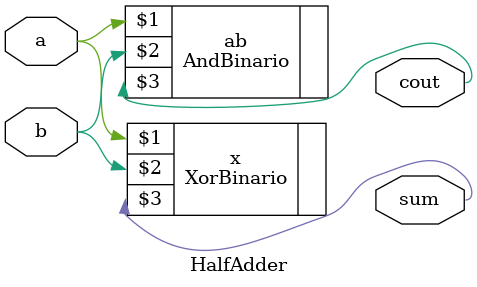
<source format=v>
module HalfAdder(a,b,sum,cout);
	input a,b;
	output sum,cout;
	
	XorBinario x(a,b,sum);
	AndBinario ab(a,b,cout);
endmodule
	

</source>
